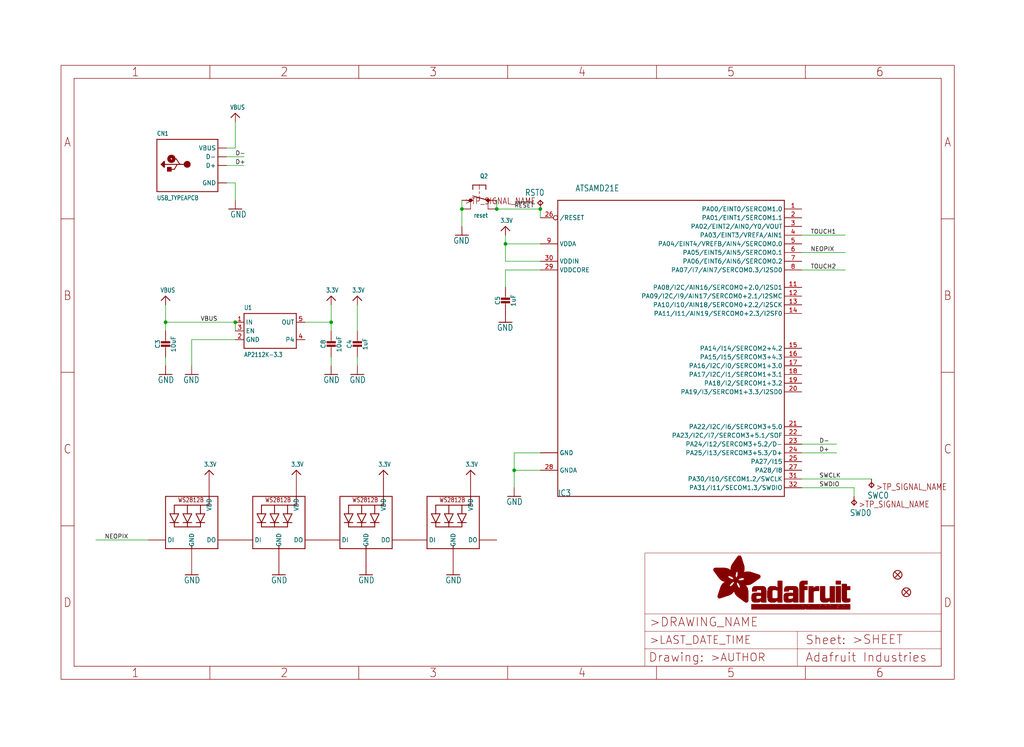
<source format=kicad_sch>
(kicad_sch (version 20211123) (generator eeschema)
  (paper "User" 298.45 217.881)
  (lib_symbols
    (symbol "eagleSchem-eagle-import:3.3V" (power)
      (property "Value" "3.3V" (at -1.524 1.016 0))
      (symbol "3.3V_1_0"
        (pin power_in line (at 0 -2.54 90) (length 2.54) (name "3.3V") (number "1"))
      )
    )
    (symbol "eagleSchem-eagle-import:ATSAMD21E"
      (property "Reference" "IC" (at -35.56 -43.18 0))
      (property "Value" "ATSAMD21E" (at -30.48 45.72 0))
      (symbol "ATSAMD21E_1_0"
        (pin bidirectional line (at 35.56 40.64 180) (length 5.08) (name "PA00/EINT0/SERCOM1.0") (number "1"))
        (pin power_in line (at -40.64 -30.48 0) (length 5.08) (name "GND") (number "10"))
        (pin bidirectional line (at 35.56 17.78 180) (length 5.08) (name "PA08/I2C/AIN16/SERCOM0+2.0/I2SD1") (number "11"))
        (pin bidirectional line (at 35.56 15.24 180) (length 5.08) (name "PA09/I2C/I9/AIN17/SERCOM0+2.1/I2SMC") (number "12"))
        (pin bidirectional line (at 35.56 12.7 180) (length 5.08) (name "PA10/I10/AIN18/SERCOM0+2.2/I2SCK") (number "13"))
        (pin bidirectional line (at 35.56 10.16 180) (length 5.08) (name "PA11/I11/AIN19/SERCOM0+2.3/I2SF0") (number "14"))
        (pin bidirectional line (at 35.56 0 180) (length 5.08) (name "PA14/I14/SERCOM2+4.2") (number "15"))
        (pin bidirectional line (at 35.56 -2.54 180) (length 5.08) (name "PA15/I15/SERCOM3+4.3") (number "16"))
        (pin bidirectional line (at 35.56 -5.08 180) (length 5.08) (name "PA16/I2C/I0/SERCOM1+3.0") (number "17"))
        (pin bidirectional line (at 35.56 -7.62 180) (length 5.08) (name "PA17/I2C/I1/SERCOM1+3.1") (number "18"))
        (pin bidirectional line (at 35.56 -10.16 180) (length 5.08) (name "PA18/I2/SERCOM1+3.2") (number "19"))
        (pin bidirectional line (at 35.56 38.1 180) (length 5.08) (name "PA01/EINT1/SERCOM1.1") (number "2"))
        (pin bidirectional line (at 35.56 -12.7 180) (length 5.08) (name "PA19/I3/SERCOM1+3.3/I2SD0") (number "20"))
        (pin bidirectional line (at 35.56 -22.86 180) (length 5.08) (name "PA22/I2C/I6/SERCOM3+5.0") (number "21"))
        (pin bidirectional line (at 35.56 -25.4 180) (length 5.08) (name "PA23/I2C/I7/SERCOM3+5.1/SOF") (number "22"))
        (pin bidirectional line (at 35.56 -27.94 180) (length 5.08) (name "PA24/I12/SERCOM3+5.2/D-") (number "23"))
        (pin bidirectional line (at 35.56 -30.48 180) (length 5.08) (name "PA25/I13/SERCOM3+5.3/D+") (number "24"))
        (pin bidirectional line (at 35.56 -33.02 180) (length 5.08) (name "PA27/I15") (number "25"))
        (pin bidirectional inverted (at -40.64 38.1 0) (length 5.08) (name "/RESET") (number "26"))
        (pin bidirectional line (at 35.56 -35.56 180) (length 5.08) (name "PA28/I8") (number "27"))
        (pin power_in line (at -40.64 -35.56 0) (length 5.08) (name "GNDA") (number "28"))
        (pin power_in line (at -40.64 22.86 0) (length 5.08) (name "VDDCORE") (number "29"))
        (pin bidirectional line (at 35.56 35.56 180) (length 5.08) (name "PA02/EINT2/AIN0/Y0/VOUT") (number "3"))
        (pin power_in line (at -40.64 25.4 0) (length 5.08) (name "VDDIN") (number "30"))
        (pin bidirectional line (at 35.56 -38.1 180) (length 5.08) (name "PA30/I10/SECOM1.2/SWCLK") (number "31"))
        (pin bidirectional line (at 35.56 -40.64 180) (length 5.08) (name "PA31/I11/SECOM1.3/SWDIO") (number "32"))
        (pin power_in line (at -40.64 -30.48 0) (length 5.08) (name "GND") (number "33"))
        (pin bidirectional line (at 35.56 33.02 180) (length 5.08) (name "PA03/EINT3/VREFA/AIN1") (number "4"))
        (pin bidirectional line (at 35.56 30.48 180) (length 5.08) (name "PA04/EINT4/VREFB/AIN4/SERCOM0.0") (number "5"))
        (pin bidirectional line (at 35.56 27.94 180) (length 5.08) (name "PA05/EINT5/AIN5/SERCOM0.1") (number "6"))
        (pin bidirectional line (at 35.56 25.4 180) (length 5.08) (name "PA06/EINT6/AIN6/SERCOM0.2") (number "7"))
        (pin bidirectional line (at 35.56 22.86 180) (length 5.08) (name "PA07/I7/AIN7/SERCOM0.3/I2SD0") (number "8"))
        (pin power_in line (at -40.64 30.48 0) (length 5.08) (name "VDDA") (number "9"))
      )
    )
    (symbol "eagleSchem-eagle-import:CAP_CERAMIC0603_NO"
      (property "Reference" "C" (at -2.29 1.25 90))
      (property "Value" "CAP_CERAMIC0603_NO" (at 2.3 1.25 90))
      (symbol "CAP_CERAMIC0603_NO_1_0"
        (pin passive line (at 0 5.08 270) (length 2.54) (name "1") (number "1"))
        (pin passive line (at 0 -2.54 90) (length 2.54) (name "2") (number "2"))
      )
    )
    (symbol "eagleSchem-eagle-import:CAP_CERAMIC0805-NOOUTLINE"
      (property "Reference" "C" (at -2.29 1.25 90))
      (property "Value" "CAP_CERAMIC0805-NOOUTLINE" (at 2.3 1.25 90))
      (symbol "CAP_CERAMIC0805-NOOUTLINE_1_0"
        (pin passive line (at 0 5.08 270) (length 2.54) (name "1") (number "1"))
        (pin passive line (at 0 -2.54 90) (length 2.54) (name "2") (number "2"))
      )
    )
    (symbol "eagleSchem-eagle-import:FIDUCIAL_1MM")
    (symbol "eagleSchem-eagle-import:FRAME_A4_ADAFRUIT"
      (symbol "FRAME_A4_ADAFRUIT_0_0"
        (text "1" (at 21.6958 1.905 0) (effects (font (size 2.54 2.286))))
        (text "1" (at 21.6958 177.165 0) (effects (font (size 2.54 2.286))))
        (text "2" (at 65.0875 1.905 0) (effects (font (size 2.54 2.286))))
        (text "2" (at 65.0875 177.165 0) (effects (font (size 2.54 2.286))))
        (text "3" (at 108.4792 1.905 0) (effects (font (size 2.54 2.286))))
        (text "3" (at 108.4792 177.165 0) (effects (font (size 2.54 2.286))))
        (text "4" (at 151.8708 1.905 0) (effects (font (size 2.54 2.286))))
        (text "4" (at 151.8708 177.165 0) (effects (font (size 2.54 2.286))))
        (text "5" (at 195.2625 1.905 0) (effects (font (size 2.54 2.286))))
        (text "5" (at 195.2625 177.165 0) (effects (font (size 2.54 2.286))))
        (text "6" (at 238.6542 1.905 0) (effects (font (size 2.54 2.286))))
        (text "6" (at 238.6542 177.165 0) (effects (font (size 2.54 2.286))))
        (text "A" (at 1.905 156.6863 0) (effects (font (size 2.54 2.286))))
        (text "A" (at 258.445 156.6863 0) (effects (font (size 2.54 2.286))))
        (text "B" (at 1.905 111.9188 0) (effects (font (size 2.54 2.286))))
        (text "B" (at 258.445 111.9188 0) (effects (font (size 2.54 2.286))))
        (text "C" (at 1.905 67.1513 0) (effects (font (size 2.54 2.286))))
        (text "C" (at 258.445 67.1513 0) (effects (font (size 2.54 2.286))))
        (text "D" (at 1.905 22.3838 0) (effects (font (size 2.54 2.286))))
        (text "D" (at 258.445 22.3838 0) (effects (font (size 2.54 2.286))))
      )
      (symbol "FRAME_A4_ADAFRUIT_1_0"
        (text ">AUTHOR" (at 189.23 5.08 0) (effects (font (size 2.286 2.286)) (justify left bottom)))
        (text ">DRAWING_NAME" (at 171.45 15.24 0) (effects (font (size 2.54 2.54)) (justify left bottom)))
        (text ">LAST_DATE_TIME" (at 171.45 10.16 0) (effects (font (size 2.286 2.286)) (justify left bottom)))
        (text ">SHEET" (at 230.505 10.16 0) (effects (font (size 2.54 2.54)) (justify left bottom)))
        (text "Adafruit Industries" (at 216.916 4.953 0) (effects (font (size 2.54 2.54)) (justify left bottom)))
        (text "Drawing:" (at 171.196 4.953 0) (effects (font (size 2.54 2.54)) (justify left bottom)))
        (text "Sheet:" (at 216.916 10.033 0) (effects (font (size 2.54 2.54)) (justify left bottom)))
      )
    )
    (symbol "eagleSchem-eagle-import:GND" (power)
      (property "Value" "GND" (at -2.54 -2.54 0))
      (symbol "GND_1_0"
        (pin power_in line (at 0 2.54 270) (length 2.54) (name "GND") (number "1"))
      )
    )
    (symbol "eagleSchem-eagle-import:SWITCH_TACT_SMT4.6X2.8"
      (property "Reference" "SW" (at -2.54 6.35 0))
      (property "Value" "SWITCH_TACT_SMT4.6X2.8" (at -2.54 -5.08 0))
      (symbol "SWITCH_TACT_SMT4.6X2.8_1_0"
        (pin passive line (at -5.08 0 0) (length 2.54) (name "P") (number "A"))
        (pin passive line (at -5.08 -2.54 0) (length 2.54) (name "P1") (number "A'"))
        (pin passive line (at 5.08 0 180) (length 2.54) (name "S") (number "B"))
        (pin passive line (at 5.08 -2.54 180) (length 2.54) (name "S1") (number "B'"))
      )
    )
    (symbol "eagleSchem-eagle-import:TPTP15R"
      (property "Reference" "TP" (at -1.27 1.27 0))
      (symbol "TPTP15R_1_0"
        (text ">TP_SIGNAL_NAME" (at 1.27 -1.27 0) (effects (font (size 1.778 1.5113)) (justify left bottom)))
        (pin input line (at 0 -2.54 90) (length 2.54) (name "TP") (number "TP"))
      )
    )
    (symbol "eagleSchem-eagle-import:TPTP16R"
      (property "Reference" "TP" (at -1.27 1.27 0))
      (symbol "TPTP16R_1_0"
        (text ">TP_SIGNAL_NAME" (at 1.27 -1.27 0) (effects (font (size 1.778 1.5113)) (justify left bottom)))
        (pin input line (at 0 -2.54 90) (length 2.54) (name "TP") (number "TP"))
      )
    )
    (symbol "eagleSchem-eagle-import:USB_TYPEAPCB"
      (property "Reference" "X" (at -10.16 8.636 0))
      (property "Value" "USB_TYPEAPCB" (at -10.16 -10.16 0))
      (symbol "USB_TYPEAPCB_1_0"
        (pin power_in line (at 10.16 -5.08 180) (length 2.54) (name "GND") (number "GND"))
        (pin bidirectional line (at 10.16 2.54 180) (length 2.54) (name "D-") (number "USB_NEG"))
        (pin bidirectional line (at 10.16 0 180) (length 2.54) (name "D+") (number "USB_PLUS"))
        (pin power_in line (at 10.16 5.08 180) (length 2.54) (name "VBUS") (number "VCC"))
      )
    )
    (symbol "eagleSchem-eagle-import:VBUS" (power)
      (property "Value" "VBUS" (at -1.524 1.016 0))
      (symbol "VBUS_1_0"
        (pin power_in line (at 0 -2.54 90) (length 2.54) (name "VBUS") (number "1"))
      )
    )
    (symbol "eagleSchem-eagle-import:VREG_SOT23-5"
      (property "Reference" "U" (at -7.62 6.096 0))
      (property "Value" "VREG_SOT23-5" (at -7.62 -7.62 0))
      (symbol "VREG_SOT23-5_1_0"
        (pin power_in line (at -10.16 2.54 0) (length 2.54) (name "IN") (number "1"))
        (pin power_in line (at -10.16 -2.54 0) (length 2.54) (name "GND") (number "2"))
        (pin input line (at -10.16 0 0) (length 2.54) (name "EN") (number "3"))
        (pin bidirectional line (at 10.16 -2.54 180) (length 2.54) (name "P4") (number "4"))
        (pin power_in line (at 10.16 2.54 180) (length 2.54) (name "OUT") (number "5"))
      )
    )
    (symbol "eagleSchem-eagle-import:WS2812B3535"
      (symbol "WS2812B3535_1_0"
        (text "WS2812B" (at -4.064 8.382 0) (effects (font (size 1.27 1.0795)) (justify left bottom)))
        (pin input line (at -12.7 -2.54 0) (length 5.08) (name "DI") (number "1"))
        (pin power_in line (at 5.08 15.24 270) (length 5.08) (name "VDD") (number "2"))
        (pin output line (at 12.7 -2.54 180) (length 5.08) (name "DO") (number "3"))
        (pin power_in line (at 0 -10.16 90) (length 5.08) (name "GND") (number "4"))
      )
    )
  )
  (junction (at 144.78 60.96))
  (junction (at 147.32 71.12))
  (junction (at 48.26 93.98))
  (junction (at 134.62 60.96))
  (junction (at 149.86 137.16))
  (junction (at 68.58 93.98))
  (junction (at 157.48 60.96))
  (junction (at 96.52 93.98))
  (wire (pts (xy 48.26 106.68) (xy 48.26 104.14)))
  (wire (pts (xy 134.62 66.04) (xy 134.62 60.96)))
  (wire (pts (xy 68.58 53.34) (xy 68.58 58.42)))
  (wire (pts (xy 96.52 93.98) (xy 88.9 93.98)))
  (wire (pts (xy 68.58 99.06) (xy 55.88 99.06)))
  (wire (pts (xy 157.48 76.2) (xy 147.32 76.2)))
  (wire (pts (xy 248.92 142.24) (xy 248.92 144.78)))
  (wire (pts (xy 144.78 60.96) (xy 144.78 58.42)))
  (wire (pts (xy 157.48 71.12) (xy 147.32 71.12)))
  (wire (pts (xy 134.62 58.42) (xy 134.62 60.96)))
  (wire (pts (xy 147.32 78.74) (xy 147.32 83.82)))
  (wire (pts (xy 157.48 137.16) (xy 149.86 137.16)))
  (wire (pts (xy 149.86 137.16) (xy 149.86 142.24)))
  (wire (pts (xy 233.68 73.66) (xy 246.38 73.66)))
  (wire (pts (xy 233.68 129.54) (xy 243.84 129.54)))
  (wire (pts (xy 144.78 60.96) (xy 157.48 60.96)))
  (wire (pts (xy 96.52 93.98) (xy 96.52 96.52)))
  (wire (pts (xy 68.58 96.52) (xy 68.58 93.98)))
  (wire (pts (xy 104.14 88.9) (xy 104.14 96.52)))
  (wire (pts (xy 157.48 60.96) (xy 157.48 63.5)))
  (wire (pts (xy 233.68 78.74) (xy 246.38 78.74)))
  (wire (pts (xy 66.04 48.26) (xy 71.12 48.26)))
  (wire (pts (xy 66.04 45.72) (xy 71.12 45.72)))
  (wire (pts (xy 149.86 132.08) (xy 149.86 137.16)))
  (wire (pts (xy 96.52 106.68) (xy 96.52 104.14)))
  (wire (pts (xy 66.04 53.34) (xy 68.58 53.34)))
  (wire (pts (xy 233.68 142.24) (xy 248.92 142.24)))
  (wire (pts (xy 96.52 88.9) (xy 96.52 93.98)))
  (wire (pts (xy 157.48 78.74) (xy 147.32 78.74)))
  (wire (pts (xy 48.26 96.52) (xy 48.26 93.98)))
  (wire (pts (xy 233.68 68.58) (xy 246.38 68.58)))
  (wire (pts (xy 157.48 132.08) (xy 149.86 132.08)))
  (wire (pts (xy 48.26 93.98) (xy 48.26 88.9)))
  (wire (pts (xy 48.26 93.98) (xy 68.58 93.98)))
  (wire (pts (xy 233.68 139.7) (xy 254 139.7)))
  (wire (pts (xy 243.84 132.08) (xy 233.68 132.08)))
  (wire (pts (xy 147.32 76.2) (xy 147.32 71.12)))
  (wire (pts (xy 104.14 106.68) (xy 104.14 104.14)))
  (wire (pts (xy 66.04 43.18) (xy 68.58 43.18)))
  (wire (pts (xy 68.58 35.56) (xy 68.58 43.18)))
  (wire (pts (xy 43.18 157.48) (xy 27.94 157.48)))
  (wire (pts (xy 55.88 99.06) (xy 55.88 106.68)))
  (wire (pts (xy 147.32 71.12) (xy 147.32 68.58)))
  (label "TOUCH2" (at 236.22 78.74 0) (effects (font (size 1.2446 1.2446))))
  (label "NEOPIX" (at 236.22 73.66 0) (effects (font (size 1.2446 1.2446))))
  (label "TOUCH1" (at 236.22 68.58 0) (effects (font (size 1.2446 1.2446))))
  (label "NEOPIX" (at 30.48 157.48 0) (effects (font (size 1.2446 1.2446))))
  (label "D+" (at 238.76 132.08 0) (effects (font (size 1.2446 1.2446))))
  (label "VBUS" (at 58.42 93.98 0) (effects (font (size 1.2446 1.2446))))
  (label "D+" (at 68.58 48.26 0) (effects (font (size 1.2446 1.2446))))
  (label "D-" (at 238.76 129.54 0) (effects (font (size 1.2446 1.2446))))
  (label "SWCLK" (at 238.76 139.7 0) (effects (font (size 1.2446 1.2446))))
  (label "D-" (at 68.58 45.72 0) (effects (font (size 1.2446 1.2446))))
  (label "SWDIO" (at 238.76 142.24 0) (effects (font (size 1.2446 1.2446))))
  (label "~{RESET}" (at 149.86 60.96 0) (effects (font (size 1.2446 1.2446))))
  (symbol (lib_id "eagleSchem-eagle-import:USB_TYPEAPCB") (at 55.88 48.26 0) (unit 1)
    (property "Reference" "CN1" (at 45.72 39.624 0) (effects (font (size 1.27 1.0795)) (justify left bottom)))
    (property "Value" "USB_TYPEAPCB" (at 45.72 58.42 0) (effects (font (size 1.27 1.0795)) (justify left bottom)))
    (property "Footprint" "eagleSchem:USBA_PCB" (effects hide))
  )
  (symbol (lib_id "eagleSchem-eagle-import:CAP_CERAMIC0603_NO") (at 104.14 101.6 0) (unit 1)
    (property "Reference" "C4" (at 101.85 100.35 90))
    (property "Value" "1uF" (at 106.44 100.35 90))
    (property "Footprint" "eagleSchem:0603-NO" (effects hide))
  )
  (symbol (lib_id "eagleSchem-eagle-import:WS2812B3535") (at 81.28 154.94 0) (unit 1)
    (property "Reference" "LED2" (effects hide))
    (property "Value" "WS2812B3535" (effects hide))
    (property "Footprint" "eagleSchem:LED3535" (effects hide))
  )
  (symbol (lib_id "eagleSchem-eagle-import:TPTP15R") (at 254 142.24 0) (mirror x) (unit 1)
    (property "Reference" "SWC0" (at 252.73 143.51 0) (effects (font (size 1.778 1.5113)) (justify left bottom)))
    (property "Value" "TPTP15R" (effects hide))
    (property "Footprint" "eagleSchem:TP15R" (effects hide))
  )
  (symbol (lib_id "eagleSchem-eagle-import:3.3V") (at 147.32 66.04 0) (unit 1)
    (property "Reference" "#U$18" (effects hide))
    (property "Value" "3.3V" (at 145.796 65.024 0) (effects (font (size 1.27 1.0795)) (justify left bottom)))
    (property "Footprint" "eagleSchem:" (effects hide))
  )
  (symbol (lib_id "eagleSchem-eagle-import:WS2812B3535") (at 55.88 154.94 0) (unit 1)
    (property "Reference" "LED1" (effects hide))
    (property "Value" "WS2812B3535" (effects hide))
    (property "Footprint" "eagleSchem:LED3535" (effects hide))
  )
  (symbol (lib_id "eagleSchem-eagle-import:SWITCH_TACT_SMT4.6X2.8") (at 139.7 58.42 0) (mirror y) (unit 1)
    (property "Reference" "Q2" (at 142.24 52.07 0) (effects (font (size 1.27 1.0795)) (justify left bottom)))
    (property "Value" "reset" (at 142.24 63.5 0) (effects (font (size 1.27 1.0795)) (justify left bottom)))
    (property "Footprint" "eagleSchem:BTN_KMR2_4.6X2.8" (effects hide))
  )
  (symbol (lib_id "eagleSchem-eagle-import:VREG_SOT23-5") (at 78.74 96.52 0) (unit 1)
    (property "Reference" "U1" (at 71.12 90.424 0) (effects (font (size 1.27 1.0795)) (justify left bottom)))
    (property "Value" "AP2112K-3.3" (at 71.12 104.14 0) (effects (font (size 1.27 1.0795)) (justify left bottom)))
    (property "Footprint" "eagleSchem:SOT23-5" (effects hide))
  )
  (symbol (lib_id "eagleSchem-eagle-import:CAP_CERAMIC0805-NOOUTLINE") (at 96.52 101.6 0) (unit 1)
    (property "Reference" "C8" (at 94.23 100.35 90))
    (property "Value" "10uF" (at 98.82 100.35 90))
    (property "Footprint" "eagleSchem:0805-NO" (effects hide))
  )
  (symbol (lib_id "eagleSchem-eagle-import:ATSAMD21E") (at 198.12 101.6 0) (unit 1)
    (property "Reference" "IC3" (at 162.56 144.78 0) (effects (font (size 1.778 1.5113)) (justify left bottom)))
    (property "Value" "ATSAMD21E" (at 167.64 55.88 0) (effects (font (size 1.778 1.5113)) (justify left bottom)))
    (property "Footprint" "eagleSchem:QFN32_5MM" (effects hide))
  )
  (symbol (lib_id "eagleSchem-eagle-import:FIDUCIAL_1MM") (at 261.62 167.64 0) (unit 1)
    (property "Reference" "FID1" (effects hide))
    (property "Value" "FIDUCIAL_1MM" (effects hide))
    (property "Footprint" "eagleSchem:FIDUCIAL_1MM" (effects hide))
  )
  (symbol (lib_id "eagleSchem-eagle-import:TPTP16R") (at 248.92 147.32 0) (mirror x) (unit 1)
    (property "Reference" "SWD0" (at 247.65 148.59 0) (effects (font (size 1.778 1.5113)) (justify left bottom)))
    (property "Value" "TPTP16R" (effects hide))
    (property "Footprint" "eagleSchem:TP16R" (effects hide))
  )
  (symbol (lib_id "eagleSchem-eagle-import:3.3V") (at 60.96 137.16 0) (unit 1)
    (property "Reference" "#U$3" (effects hide))
    (property "Value" "3.3V" (at 59.436 136.144 0) (effects (font (size 1.27 1.0795)) (justify left bottom)))
    (property "Footprint" "eagleSchem:" (effects hide))
  )
  (symbol (lib_id "eagleSchem-eagle-import:TPTP16R") (at 157.48 58.42 0) (mirror y) (unit 1)
    (property "Reference" "RST0" (at 158.75 57.15 0) (effects (font (size 1.778 1.5113)) (justify left bottom)))
    (property "Value" "TPTP16R" (effects hide))
    (property "Footprint" "eagleSchem:TP16R" (effects hide))
  )
  (symbol (lib_id "eagleSchem-eagle-import:3.3V") (at 137.16 137.16 0) (unit 1)
    (property "Reference" "#U$6" (effects hide))
    (property "Value" "3.3V" (at 135.636 136.144 0) (effects (font (size 1.27 1.0795)) (justify left bottom)))
    (property "Footprint" "eagleSchem:" (effects hide))
  )
  (symbol (lib_id "eagleSchem-eagle-import:GND") (at 104.14 109.22 0) (mirror y) (unit 1)
    (property "Reference" "#GND5" (effects hide))
    (property "Value" "GND" (at 106.68 111.76 0) (effects (font (size 1.778 1.5113)) (justify left bottom)))
    (property "Footprint" "eagleSchem:" (effects hide))
  )
  (symbol (lib_id "eagleSchem-eagle-import:GND") (at 96.52 109.22 0) (mirror y) (unit 1)
    (property "Reference" "#GND12" (effects hide))
    (property "Value" "GND" (at 99.06 111.76 0) (effects (font (size 1.778 1.5113)) (justify left bottom)))
    (property "Footprint" "eagleSchem:" (effects hide))
  )
  (symbol (lib_id "eagleSchem-eagle-import:GND") (at 134.62 68.58 0) (unit 1)
    (property "Reference" "#GND14" (effects hide))
    (property "Value" "GND" (at 132.08 71.12 0) (effects (font (size 1.778 1.5113)) (justify left bottom)))
    (property "Footprint" "eagleSchem:" (effects hide))
  )
  (symbol (lib_id "eagleSchem-eagle-import:FIDUCIAL_1MM") (at 264.16 172.72 0) (unit 1)
    (property "Reference" "FID2" (effects hide))
    (property "Value" "FIDUCIAL_1MM" (effects hide))
    (property "Footprint" "eagleSchem:FIDUCIAL_1MM" (effects hide))
  )
  (symbol (lib_id "eagleSchem-eagle-import:VBUS") (at 48.26 86.36 0) (unit 1)
    (property "Reference" "#U$13" (effects hide))
    (property "Value" "VBUS" (at 46.736 85.344 0) (effects (font (size 1.27 1.0795)) (justify left bottom)))
    (property "Footprint" "eagleSchem:" (effects hide))
  )
  (symbol (lib_id "eagleSchem-eagle-import:3.3V") (at 104.14 86.36 0) (unit 1)
    (property "Reference" "#U$20" (effects hide))
    (property "Value" "3.3V" (at 102.616 85.344 0) (effects (font (size 1.27 1.0795)) (justify left bottom)))
    (property "Footprint" "eagleSchem:" (effects hide))
  )
  (symbol (lib_id "eagleSchem-eagle-import:GND") (at 48.26 109.22 0) (mirror y) (unit 1)
    (property "Reference" "#GND3" (effects hide))
    (property "Value" "GND" (at 50.8 111.76 0) (effects (font (size 1.778 1.5113)) (justify left bottom)))
    (property "Footprint" "eagleSchem:" (effects hide))
  )
  (symbol (lib_id "eagleSchem-eagle-import:VBUS") (at 68.58 33.02 0) (unit 1)
    (property "Reference" "#U$15" (effects hide))
    (property "Value" "VBUS" (at 67.056 32.004 0) (effects (font (size 1.27 1.0795)) (justify left bottom)))
    (property "Footprint" "eagleSchem:" (effects hide))
  )
  (symbol (lib_id "eagleSchem-eagle-import:GND") (at 106.68 167.64 0) (mirror y) (unit 1)
    (property "Reference" "#GND4" (effects hide))
    (property "Value" "GND" (at 109.22 170.18 0) (effects (font (size 1.778 1.5113)) (justify left bottom)))
    (property "Footprint" "eagleSchem:" (effects hide))
  )
  (symbol (lib_id "eagleSchem-eagle-import:3.3V") (at 111.76 137.16 0) (unit 1)
    (property "Reference" "#U$5" (effects hide))
    (property "Value" "3.3V" (at 110.236 136.144 0) (effects (font (size 1.27 1.0795)) (justify left bottom)))
    (property "Footprint" "eagleSchem:" (effects hide))
  )
  (symbol (lib_id "eagleSchem-eagle-import:GND") (at 132.08 167.64 0) (mirror y) (unit 1)
    (property "Reference" "#GND6" (effects hide))
    (property "Value" "GND" (at 134.62 170.18 0) (effects (font (size 1.778 1.5113)) (justify left bottom)))
    (property "Footprint" "eagleSchem:" (effects hide))
  )
  (symbol (lib_id "eagleSchem-eagle-import:WS2812B3535") (at 132.08 154.94 0) (unit 1)
    (property "Reference" "LED4" (effects hide))
    (property "Value" "WS2812B3535" (effects hide))
    (property "Footprint" "eagleSchem:LED3535" (effects hide))
  )
  (symbol (lib_id "eagleSchem-eagle-import:GND") (at 55.88 109.22 0) (unit 1)
    (property "Reference" "#GND11" (effects hide))
    (property "Value" "GND" (at 53.34 111.76 0) (effects (font (size 1.778 1.5113)) (justify left bottom)))
    (property "Footprint" "eagleSchem:" (effects hide))
  )
  (symbol (lib_id "eagleSchem-eagle-import:GND") (at 68.58 60.96 0) (unit 1)
    (property "Reference" "#U$2" (effects hide))
    (property "Value" "GND" (at 67.056 63.5 0) (effects (font (size 1.778 1.5113)) (justify left bottom)))
    (property "Footprint" "eagleSchem:" (effects hide))
  )
  (symbol (lib_id "eagleSchem-eagle-import:GND") (at 147.32 93.98 0) (unit 1)
    (property "Reference" "#GND7" (effects hide))
    (property "Value" "GND" (at 144.78 96.52 0) (effects (font (size 1.778 1.5113)) (justify left bottom)))
    (property "Footprint" "eagleSchem:" (effects hide))
  )
  (symbol (lib_id "eagleSchem-eagle-import:WS2812B3535") (at 106.68 154.94 0) (unit 1)
    (property "Reference" "LED3" (effects hide))
    (property "Value" "WS2812B3535" (effects hide))
    (property "Footprint" "eagleSchem:LED3535" (effects hide))
  )
  (symbol (lib_id "eagleSchem-eagle-import:GND") (at 81.28 167.64 0) (mirror y) (unit 1)
    (property "Reference" "#GND2" (effects hide))
    (property "Value" "GND" (at 83.82 170.18 0) (effects (font (size 1.778 1.5113)) (justify left bottom)))
    (property "Footprint" "eagleSchem:" (effects hide))
  )
  (symbol (lib_id "eagleSchem-eagle-import:3.3V") (at 86.36 137.16 0) (unit 1)
    (property "Reference" "#U$4" (effects hide))
    (property "Value" "3.3V" (at 84.836 136.144 0) (effects (font (size 1.27 1.0795)) (justify left bottom)))
    (property "Footprint" "eagleSchem:" (effects hide))
  )
  (symbol (lib_id "eagleSchem-eagle-import:CAP_CERAMIC0805-NOOUTLINE") (at 48.26 101.6 0) (unit 1)
    (property "Reference" "C3" (at 45.97 100.35 90))
    (property "Value" "10uF" (at 50.56 100.35 90))
    (property "Footprint" "eagleSchem:0805-NO" (effects hide))
  )
  (symbol (lib_id "eagleSchem-eagle-import:3.3V") (at 96.52 86.36 0) (unit 1)
    (property "Reference" "#U$17" (effects hide))
    (property "Value" "3.3V" (at 94.996 85.344 0) (effects (font (size 1.27 1.0795)) (justify left bottom)))
    (property "Footprint" "eagleSchem:" (effects hide))
  )
  (symbol (lib_id "eagleSchem-eagle-import:GND") (at 149.86 144.78 0) (mirror y) (unit 1)
    (property "Reference" "#GND18" (effects hide))
    (property "Value" "GND" (at 152.4 147.32 0) (effects (font (size 1.778 1.5113)) (justify left bottom)))
    (property "Footprint" "eagleSchem:" (effects hide))
  )
  (symbol (lib_id "eagleSchem-eagle-import:GND") (at 55.88 167.64 0) (mirror y) (unit 1)
    (property "Reference" "#GND1" (effects hide))
    (property "Value" "GND" (at 58.42 170.18 0) (effects (font (size 1.778 1.5113)) (justify left bottom)))
    (property "Footprint" "eagleSchem:" (effects hide))
  )
  (symbol (lib_id "eagleSchem-eagle-import:CAP_CERAMIC0603_NO") (at 147.32 88.9 0) (unit 1)
    (property "Reference" "C5" (at 145.03 87.65 90))
    (property "Value" "1uF" (at 149.62 87.65 90))
    (property "Footprint" "eagleSchem:0603-NO" (effects hide))
  )
  (symbol (lib_id "eagleSchem-eagle-import:FRAME_A4_ADAFRUIT") (at 17.78 198.12 0) (unit 1)
    (property "Reference" "#U$1" (effects hide))
    (property "Value" "FRAME_A4_ADAFRUIT" (effects hide))
    (property "Footprint" "eagleSchem:" (effects hide))
  )
)
</source>
